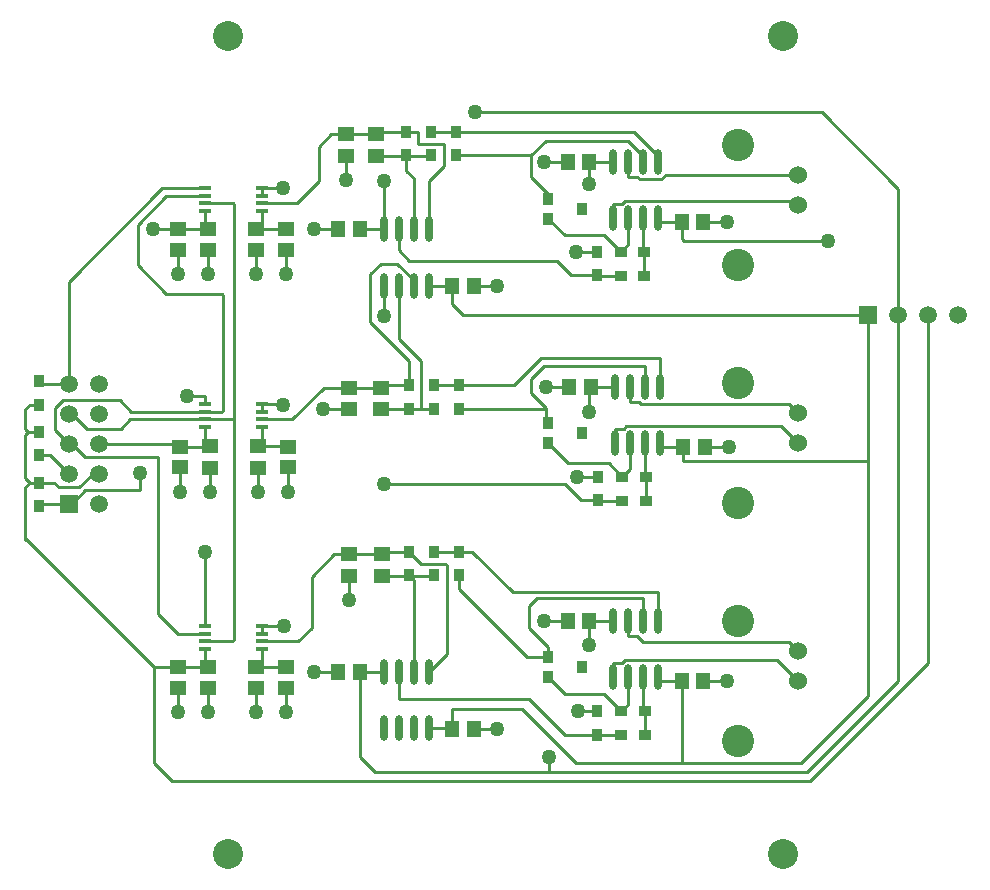
<source format=gtl>
%FSLAX25Y25*%
%MOIN*%
G70*
G01*
G75*
G04 Layer_Physical_Order=1*
G04 Layer_Color=255*
%ADD10R,0.03543X0.04331*%
%ADD11R,0.04331X0.03543*%
%ADD12R,0.03543X0.03937*%
%ADD13R,0.04016X0.01614*%
%ADD14R,0.05512X0.04921*%
%ADD15R,0.05512X0.04724*%
%ADD16R,0.04724X0.05512*%
%ADD17O,0.02362X0.08661*%
%ADD18C,0.01000*%
%ADD19C,0.05906*%
%ADD20R,0.05906X0.05906*%
%ADD21C,0.10000*%
%ADD22R,0.05906X0.05906*%
%ADD23C,0.06000*%
%ADD24C,0.05000*%
%ADD25C,0.10787*%
D10*
X34500Y169626D02*
D03*
Y177500D02*
D03*
Y211374D02*
D03*
Y203500D02*
D03*
Y186563D02*
D03*
Y194437D02*
D03*
X220500Y246626D02*
D03*
Y254500D02*
D03*
X221000Y171626D02*
D03*
Y179500D02*
D03*
X220700Y93326D02*
D03*
Y101200D02*
D03*
X157000Y286549D02*
D03*
Y294423D02*
D03*
X158000Y202000D02*
D03*
Y209874D02*
D03*
Y146549D02*
D03*
Y154423D02*
D03*
X165250Y294423D02*
D03*
Y286549D02*
D03*
X173500Y294423D02*
D03*
Y286549D02*
D03*
X166250Y209874D02*
D03*
Y202000D02*
D03*
X174500Y209874D02*
D03*
Y202000D02*
D03*
X166250Y154423D02*
D03*
Y146549D02*
D03*
X174500Y154423D02*
D03*
Y146549D02*
D03*
X215800Y268800D02*
D03*
Y193900D02*
D03*
Y115900D02*
D03*
D11*
X236374Y254500D02*
D03*
X228500D02*
D03*
X236374Y246500D02*
D03*
X228500D02*
D03*
X236874Y179500D02*
D03*
X229000D02*
D03*
X236874Y171500D02*
D03*
X229000D02*
D03*
X236574Y101200D02*
D03*
X228700D02*
D03*
X236574Y93200D02*
D03*
X228700D02*
D03*
D12*
X204383Y265454D02*
D03*
Y272147D02*
D03*
Y190553D02*
D03*
Y197247D02*
D03*
Y112554D02*
D03*
Y119246D02*
D03*
D13*
X109000Y268000D02*
D03*
Y270559D02*
D03*
Y273118D02*
D03*
Y275677D02*
D03*
X90102Y268000D02*
D03*
Y270559D02*
D03*
Y273118D02*
D03*
Y275677D02*
D03*
X109000Y196000D02*
D03*
Y198559D02*
D03*
Y201118D02*
D03*
Y203677D02*
D03*
X90102Y196000D02*
D03*
Y198559D02*
D03*
Y201118D02*
D03*
Y203677D02*
D03*
X109000Y122000D02*
D03*
Y124559D02*
D03*
Y127118D02*
D03*
Y129677D02*
D03*
X90102Y122000D02*
D03*
Y124559D02*
D03*
Y127118D02*
D03*
Y129677D02*
D03*
D14*
X117000Y261945D02*
D03*
Y255055D02*
D03*
X81000Y261945D02*
D03*
Y255055D02*
D03*
X117500Y189445D02*
D03*
Y182555D02*
D03*
X81500Y189445D02*
D03*
Y182555D02*
D03*
X117000Y115945D02*
D03*
Y109055D02*
D03*
X81000Y115945D02*
D03*
Y109055D02*
D03*
D15*
X107000Y254957D02*
D03*
Y262043D02*
D03*
X91000Y254957D02*
D03*
Y262043D02*
D03*
X107500Y182457D02*
D03*
Y189543D02*
D03*
X91500Y182457D02*
D03*
Y189543D02*
D03*
X107000Y108957D02*
D03*
Y116043D02*
D03*
X147000Y286457D02*
D03*
Y293543D02*
D03*
X91000Y108957D02*
D03*
Y116043D02*
D03*
X148500Y201908D02*
D03*
Y208995D02*
D03*
X149000Y146457D02*
D03*
Y153543D02*
D03*
X137000Y286457D02*
D03*
Y293543D02*
D03*
X138000Y201908D02*
D03*
Y208995D02*
D03*
Y146457D02*
D03*
Y153543D02*
D03*
D16*
X218043Y284500D02*
D03*
X210957D02*
D03*
X248957Y264500D02*
D03*
X256043D02*
D03*
X218543Y209500D02*
D03*
X211457D02*
D03*
X249457Y189500D02*
D03*
X256543D02*
D03*
X218043Y131400D02*
D03*
X210957D02*
D03*
X248957Y111500D02*
D03*
X256043D02*
D03*
X141543Y261900D02*
D03*
X134457D02*
D03*
X172457Y243100D02*
D03*
X179543D02*
D03*
X141543Y114400D02*
D03*
X134457D02*
D03*
X172457Y95400D02*
D03*
X179543D02*
D03*
D17*
X241000Y284449D02*
D03*
X236000D02*
D03*
X231000D02*
D03*
X226000D02*
D03*
X241000Y265551D02*
D03*
X236000D02*
D03*
X231000D02*
D03*
X226000D02*
D03*
X241500Y209449D02*
D03*
X236500D02*
D03*
X231500D02*
D03*
X226500D02*
D03*
X241500Y190551D02*
D03*
X236500D02*
D03*
X231500D02*
D03*
X226500D02*
D03*
X241000Y131449D02*
D03*
X236000D02*
D03*
X231000D02*
D03*
X226000D02*
D03*
X241000Y112551D02*
D03*
X236000D02*
D03*
X231000D02*
D03*
X226000D02*
D03*
X164500Y261949D02*
D03*
X159500D02*
D03*
X154500D02*
D03*
X149500D02*
D03*
X164500Y243051D02*
D03*
X159500D02*
D03*
X154500D02*
D03*
X149500D02*
D03*
X164500Y114449D02*
D03*
X159500D02*
D03*
X154500D02*
D03*
X149500D02*
D03*
X164500Y95551D02*
D03*
X159500D02*
D03*
X154500D02*
D03*
X149500D02*
D03*
D18*
X68453Y174953D02*
Y180547D01*
X50047Y174953D02*
X68453D01*
X74453Y133547D02*
Y186047D01*
X50047D02*
X74453D01*
X241000Y265551D02*
X242051Y264500D01*
X248957D01*
X256043D02*
X264000D01*
X256543Y189500D02*
X264500D01*
X218595Y209449D02*
X226500D01*
X203500Y209500D02*
X211457D01*
X241000Y112551D02*
X242051Y111500D01*
X248957D01*
X256043D02*
X264000D01*
X203100Y131400D02*
X210957D01*
X141543Y114400D02*
X149451D01*
X126400D02*
X134457D01*
X141543Y261900D02*
X149451D01*
X126400D02*
X134457D01*
X164500Y243051D02*
X172408D01*
X179543Y243100D02*
X187400D01*
X109000Y273118D02*
Y275677D01*
X115823D01*
X117000Y247000D02*
Y255055D01*
X107000Y247000D02*
Y254957D01*
X91000Y247000D02*
Y254957D01*
X81000Y247000D02*
Y255055D01*
Y261945D02*
X90902D01*
X90102Y262941D02*
Y268000D01*
X109000Y264043D02*
Y268000D01*
X107000Y262043D02*
X109000Y264043D01*
X107000Y262043D02*
X116902D01*
X117500Y174500D02*
Y182555D01*
X107500Y174500D02*
Y182457D01*
X91500Y174500D02*
Y182457D01*
X81500Y174500D02*
Y182555D01*
Y189445D02*
X91402D01*
X90102Y190941D02*
Y196000D01*
X109000Y191043D02*
Y196000D01*
X107500Y189543D02*
X109000Y191043D01*
X107500Y189543D02*
X117402D01*
X109000Y201118D02*
Y203677D01*
X117000Y101000D02*
Y109055D01*
X107000Y101000D02*
Y108957D01*
X91000Y101000D02*
Y108957D01*
X81000Y101000D02*
Y109055D01*
Y115945D02*
X90902D01*
X90102Y116941D02*
Y122000D01*
X109000Y118043D02*
Y122000D01*
X107000Y116043D02*
X109000Y118043D01*
X107000Y116043D02*
X116902D01*
X109000Y127118D02*
Y129677D01*
X116177D01*
X35374Y170500D02*
X44500D01*
X38437Y186563D02*
X44500Y180500D01*
X34500Y186563D02*
X38437D01*
X30000Y179000D02*
X31500Y177500D01*
X30000Y179000D02*
Y193500D01*
X30937Y194437D01*
X30000Y195500D02*
Y202000D01*
X31500Y203500D01*
X34500D01*
X236000Y254874D02*
Y265551D01*
X231000Y257000D02*
Y265551D01*
X228500Y254500D02*
X231000Y257000D01*
X220626Y246500D02*
X228500D01*
X225949Y284500D02*
X226000Y284449D01*
X218043Y284500D02*
X225949D01*
X236374Y246500D02*
Y254500D01*
X213500D02*
X220500D01*
X223000Y260000D02*
X228500Y254500D01*
X221126Y171500D02*
X229000D01*
X214000Y179500D02*
X221000D01*
X204383Y190553D02*
X210936Y184000D01*
X224500D01*
X229000Y179500D01*
X236000Y101774D02*
Y112551D01*
X236574Y93200D02*
Y101200D01*
X231000Y103500D02*
Y112551D01*
X228700Y101200D02*
X231000Y103500D01*
X220826Y93200D02*
X228700D01*
X214200Y101200D02*
X220700D01*
X222900Y107000D02*
X228700Y101200D01*
X209936Y107000D02*
X222900D01*
X204383Y112554D02*
X209936Y107000D01*
X159500Y114449D02*
Y145049D01*
X158000Y146549D02*
X159500Y145049D01*
X149880Y154423D02*
X158000D01*
X149000Y153543D02*
X149880Y154423D01*
X138000Y153543D02*
X149000D01*
X138000Y138500D02*
Y146457D01*
X133043Y153543D02*
X138000D01*
X125500Y146000D02*
X133043Y153543D01*
X125500Y129000D02*
Y146000D01*
X121059Y124559D02*
X125500Y129000D01*
X109000Y124559D02*
X121059D01*
X149000Y146457D02*
X166158D01*
X158000Y154423D02*
X161923Y150500D01*
X170000D01*
X170500Y150000D01*
Y120449D02*
Y150000D01*
X164500Y114449D02*
X170500Y120449D01*
X166250Y154423D02*
X174500D01*
X197254Y119246D02*
X204383D01*
X174500Y142000D02*
Y146549D01*
Y142000D02*
X197254Y119246D01*
X204383D02*
Y122617D01*
X198000Y129000D02*
X204383Y122617D01*
X198000Y129000D02*
Y136500D01*
X200500Y139000D01*
X179000Y154500D02*
X192500Y141000D01*
X174577Y154500D02*
X179000D01*
X148592Y202000D02*
X158000D01*
X149380Y209874D02*
X158000D01*
X129408Y201908D02*
X138000D01*
Y208995D02*
X148500D01*
X129495D02*
X138000D01*
X119059Y198559D02*
X129495Y208995D01*
X109000Y198559D02*
X119059D01*
X166250Y209874D02*
X174500D01*
X203500Y198129D02*
X204383Y197247D01*
X236500Y209449D02*
Y216500D01*
X198500Y207500D02*
Y212000D01*
X203000Y216500D01*
X236500D01*
X202000Y219000D02*
X241500D01*
X192874Y209874D02*
X202000Y219000D01*
X174500Y209874D02*
X192874D01*
X241500Y209449D02*
Y219000D01*
X174500Y202000D02*
X203000D01*
X198500Y207500D02*
X203500Y202500D01*
Y198129D02*
Y202500D01*
X158000Y202000D02*
X162000D01*
X166250D01*
X149500Y233000D02*
Y243051D01*
Y177000D02*
X210000D01*
X215374Y171626D01*
X221000D01*
X145000Y247000D02*
X148500Y250500D01*
X158000Y209874D02*
Y218000D01*
X145000Y231000D02*
Y247000D01*
Y231000D02*
X158000Y218000D01*
X159500Y243051D02*
Y244992D01*
X153992Y250500D02*
X159500Y244992D01*
X148500Y250500D02*
X153992D01*
X154500Y225500D02*
Y243051D01*
Y225500D02*
X162000Y218000D01*
Y202000D02*
Y218000D01*
X31500Y177500D02*
X34500D01*
X30000Y176000D02*
X31500Y177500D01*
X73445Y115945D02*
X81000D01*
X236874Y171500D02*
Y179500D01*
X229000D02*
X231500Y182000D01*
Y190551D01*
X236500Y179874D02*
Y190551D01*
X218043Y131400D02*
X225951D01*
X192500Y141000D02*
X241000D01*
X241500Y190551D02*
X242551Y189500D01*
X249457D01*
X164500Y95551D02*
X172306D01*
X179543Y95400D02*
X187400D01*
X154500Y105500D02*
Y114449D01*
X249457Y184543D02*
Y189500D01*
Y184543D02*
X310957D01*
X73000Y84000D02*
Y115500D01*
Y84000D02*
X79000Y78000D01*
X291500D01*
X141543Y85957D02*
Y114400D01*
X248957Y84043D02*
Y111500D01*
X249000Y84000D02*
X288500D01*
X311000Y106500D01*
X249000Y84000D02*
X250500D01*
X248957Y84043D02*
X249000Y84000D01*
X311000Y106500D02*
Y233500D01*
X226000Y129508D02*
Y131449D01*
X158000Y251500D02*
X207252D01*
X154500Y255000D02*
X158000Y251500D01*
X154500Y255000D02*
Y261949D01*
X212126Y246626D02*
X220500D01*
X207252Y251500D02*
X212126Y246626D01*
X198549Y286549D02*
X203500Y291500D01*
X241000Y284449D02*
Y286390D01*
X232967Y294423D02*
X241000Y286390D01*
X203500Y291500D02*
X230890D01*
X236000Y286390D01*
Y284449D02*
Y286390D01*
X173500Y294423D02*
X232967D01*
X204383Y272147D02*
Y273617D01*
X198549Y279451D02*
Y286549D01*
Y279451D02*
X204383Y273617D01*
X173500Y286549D02*
X198549D01*
X203000Y284500D02*
X210957D01*
X137000Y293543D02*
X147000D01*
X147880Y294423D02*
X157000D01*
X109000Y270559D02*
X120559D01*
X128000Y278000D01*
X137000Y278500D02*
Y286457D01*
X132043Y293543D02*
X137000D01*
X128000Y289500D02*
X132043Y293543D01*
X128000Y278000D02*
Y289500D01*
X159500Y261949D02*
Y279000D01*
X157000Y281500D02*
X159500Y279000D01*
X147000Y286457D02*
X157000D01*
X165158D01*
X157000Y281500D02*
Y286457D01*
Y286549D01*
X164500Y261949D02*
Y278000D01*
X169500Y283000D01*
Y290500D01*
X161000D02*
X169500D01*
X161000D02*
Y294500D01*
X157077D02*
X161000D01*
X149500Y261949D02*
Y278000D01*
X291500Y78000D02*
X331000Y117500D01*
Y233500D01*
X172457Y237043D02*
Y243100D01*
Y237043D02*
X176000Y233500D01*
X311000D01*
X109000Y203677D02*
X115677D01*
X40047Y194953D02*
X44500Y190500D01*
X45594D01*
X80882Y127118D02*
X90102D01*
X74453Y133547D02*
X80882Y127118D01*
X45594Y190500D02*
X50047Y186047D01*
X54500Y190500D02*
X80445D01*
X65382Y201118D02*
X90102D01*
X61547Y204953D02*
X65382Y201118D01*
X62000Y195500D02*
X65059Y198559D01*
X90102D01*
X52500Y180500D02*
X54500D01*
X34500Y177500D02*
X39750D01*
X30000Y158500D02*
Y159000D01*
Y176000D01*
Y159000D02*
X73000Y116000D01*
X44500Y170500D02*
X45594D01*
X39750Y177500D02*
X41203Y176047D01*
X45594Y170500D02*
X50047Y174953D01*
X41203Y176047D02*
X48047D01*
X52500Y180500D01*
X90000Y129780D02*
Y154500D01*
X35374Y210500D02*
X44500D01*
X40047Y194953D02*
Y202344D01*
X44500Y200500D02*
X45500D01*
X50500Y195500D01*
X62000D01*
X40047Y202344D02*
X42656Y204953D01*
X61547D01*
X90102Y198559D02*
X99441D01*
X90102Y124559D02*
X99059D01*
X99500Y125000D01*
Y270500D01*
X99441Y270559D02*
X99500Y270500D01*
X90102Y270559D02*
X99441D01*
X72500Y262000D02*
X80945D01*
X75677Y275677D02*
X90102D01*
X44500Y210500D02*
Y244500D01*
X75677Y275677D01*
X248957Y258543D02*
Y264500D01*
Y258543D02*
X249500Y258000D01*
X218043Y276957D02*
Y284500D01*
X210000Y93500D02*
X220526D01*
X154500Y105500D02*
X198000D01*
X210000Y93500D01*
X141543Y85957D02*
X146500Y81000D01*
X290500D02*
X321000Y111500D01*
Y233500D01*
X172457Y95400D02*
Y101957D01*
X195543D01*
X213500Y84000D02*
X249000D01*
X195543Y101957D02*
X213500Y84000D01*
X218043Y123457D02*
Y131400D01*
X204500Y81000D02*
Y86000D01*
X146500Y81000D02*
X204500D01*
X290500D01*
X231000Y279500D02*
Y284449D01*
X243492Y280000D02*
X287700D01*
X242110Y278618D02*
X243492Y280000D01*
X234008Y279500D02*
X234890Y278618D01*
X231000Y279500D02*
X234008D01*
X234890Y278618D02*
X242110D01*
X226000Y265551D02*
Y270500D01*
X229008D02*
X229889Y271382D01*
X226000Y270500D02*
X229008D01*
X229889Y271382D02*
X286318D01*
X287700Y270000D01*
X231500Y204500D02*
Y209449D01*
X234508Y204500D02*
X235389Y203618D01*
X231500Y204500D02*
X234508D01*
X284782Y203618D02*
X287700Y200700D01*
X235389Y203618D02*
X284782D01*
X226500Y190551D02*
Y195500D01*
X229508D02*
X230389Y196382D01*
X226500Y195500D02*
X229508D01*
X230389Y196382D02*
X282018D01*
X287700Y190700D01*
X236000Y131449D02*
Y139000D01*
X200500D02*
X236000D01*
X241000Y131449D02*
Y141000D01*
X231000Y126500D02*
Y131449D01*
Y126500D02*
X234008D01*
X236001Y124506D01*
X284594D02*
X287700Y121400D01*
X236001Y124506D02*
X284594D01*
X226000Y112551D02*
Y117500D01*
X229008D02*
X229889Y118382D01*
X226000Y117500D02*
X229008D01*
X229889Y118382D02*
X280718D01*
X287700Y111400D01*
X180000Y301000D02*
X295500D01*
X321000Y275500D01*
Y233500D02*
Y275500D01*
X249500Y258000D02*
X295500D01*
X204383Y265454D02*
X209836Y260000D01*
X223000D01*
X218000Y201000D02*
Y208957D01*
X165250Y294423D02*
X173500D01*
X30937Y194437D02*
X31063D01*
X34500D01*
X30000Y195500D02*
X31063Y194437D01*
X84000Y206500D02*
X90000D01*
X90102Y203677D02*
Y206398D01*
Y201118D02*
X95618D01*
X96118Y201618D01*
Y239882D01*
X95500Y240500D02*
X96118Y239882D01*
X77000Y240500D02*
X95500D01*
X67500Y250000D02*
X77000Y240500D01*
X67500Y250000D02*
Y263500D01*
X77000Y273000D01*
X89984D01*
D19*
X341000Y233500D02*
D03*
X331000D02*
D03*
X321000D02*
D03*
X54500Y210500D02*
D03*
X44500D02*
D03*
X54500Y200500D02*
D03*
X44500D02*
D03*
X54500Y190500D02*
D03*
X44500D02*
D03*
X54500Y180500D02*
D03*
X44500D02*
D03*
X54500Y170500D02*
D03*
D20*
X311000Y233500D02*
D03*
D21*
X97500Y326250D02*
D03*
X282500D02*
D03*
Y53750D02*
D03*
X97500D02*
D03*
D22*
X44500Y170500D02*
D03*
D23*
X287700Y270000D02*
D03*
Y280000D02*
D03*
Y190700D02*
D03*
Y200700D02*
D03*
Y111400D02*
D03*
Y121400D02*
D03*
D24*
X68453Y180547D02*
D03*
X264000Y264500D02*
D03*
X203000Y284500D02*
D03*
X264500Y189500D02*
D03*
X203500Y209500D02*
D03*
X264000Y111500D02*
D03*
X203100Y131400D02*
D03*
X126400Y114400D02*
D03*
Y261900D02*
D03*
X187400Y243100D02*
D03*
X115823Y275677D02*
D03*
X117000Y247000D02*
D03*
X107000D02*
D03*
X91000D02*
D03*
X81000D02*
D03*
X117500Y174500D02*
D03*
X107500D02*
D03*
X91500D02*
D03*
X81500D02*
D03*
X116000Y203500D02*
D03*
X117000Y101000D02*
D03*
X107000D02*
D03*
X91000D02*
D03*
X81000D02*
D03*
X116177Y129677D02*
D03*
X213500Y254500D02*
D03*
X214000Y179500D02*
D03*
X214200Y101200D02*
D03*
X138000Y138500D02*
D03*
X129408Y201908D02*
D03*
X149500Y233000D02*
D03*
Y177000D02*
D03*
X187400Y95400D02*
D03*
X137000Y278500D02*
D03*
X149500Y278000D02*
D03*
X180000Y301000D02*
D03*
X90000Y154500D02*
D03*
X72500Y262000D02*
D03*
X218043Y276957D02*
D03*
Y123457D02*
D03*
X204500Y86000D02*
D03*
X297500Y258000D02*
D03*
X218000Y201000D02*
D03*
X84000Y206500D02*
D03*
D25*
X267700Y250000D02*
D03*
Y290000D02*
D03*
Y170700D02*
D03*
Y210700D02*
D03*
Y91400D02*
D03*
Y131400D02*
D03*
M02*

</source>
